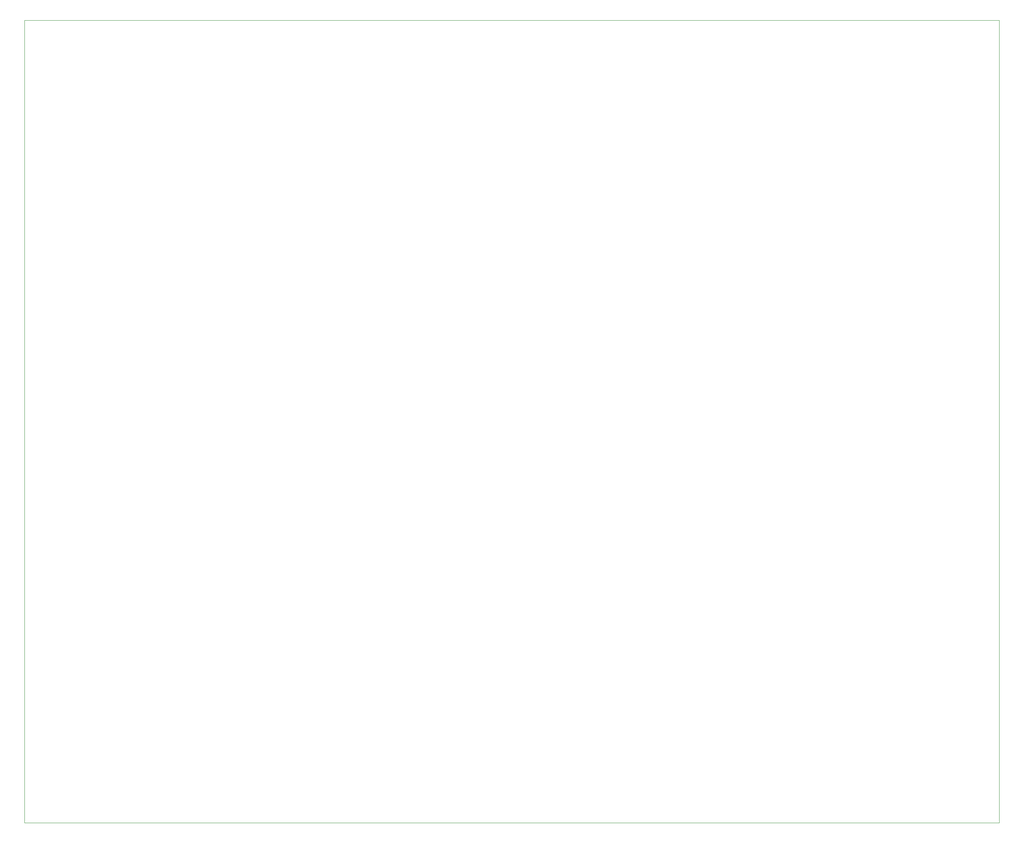
<source format=gbr>
%TF.GenerationSoftware,KiCad,Pcbnew,7.0.5*%
%TF.CreationDate,2023-07-25T18:53:58-05:00*%
%TF.ProjectId,6502v2.0,36353032-7632-42e3-902e-6b696361645f,rev?*%
%TF.SameCoordinates,Original*%
%TF.FileFunction,Profile,NP*%
%FSLAX46Y46*%
G04 Gerber Fmt 4.6, Leading zero omitted, Abs format (unit mm)*
G04 Created by KiCad (PCBNEW 7.0.5) date 2023-07-25 18:53:58*
%MOMM*%
%LPD*%
G01*
G04 APERTURE LIST*
%TA.AperFunction,Profile*%
%ADD10C,0.100000*%
%TD*%
G04 APERTURE END LIST*
D10*
X26924000Y-35560000D02*
X242824000Y-35560000D01*
X242824000Y-213360000D01*
X26924000Y-213360000D01*
X26924000Y-35560000D01*
M02*

</source>
